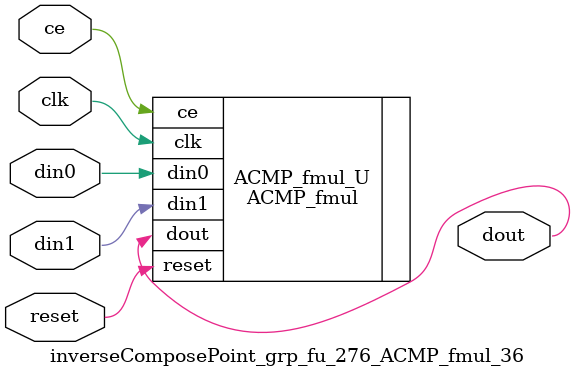
<source format=v>

`timescale 1 ns / 1 ps
module inverseComposePoint_grp_fu_276_ACMP_fmul_36(
    clk,
    reset,
    ce,
    din0,
    din1,
    dout);

parameter ID = 32'd1;
parameter NUM_STAGE = 32'd1;
parameter din0_WIDTH = 32'd1;
parameter din1_WIDTH = 32'd1;
parameter dout_WIDTH = 32'd1;
input clk;
input reset;
input ce;
input[din0_WIDTH - 1:0] din0;
input[din1_WIDTH - 1:0] din1;
output[dout_WIDTH - 1:0] dout;



ACMP_fmul #(
.ID( ID ),
.NUM_STAGE( 4 ),
.din0_WIDTH( din0_WIDTH ),
.din1_WIDTH( din1_WIDTH ),
.dout_WIDTH( dout_WIDTH ))
ACMP_fmul_U(
    .clk( clk ),
    .reset( reset ),
    .ce( ce ),
    .din0( din0 ),
    .din1( din1 ),
    .dout( dout ));

endmodule

</source>
